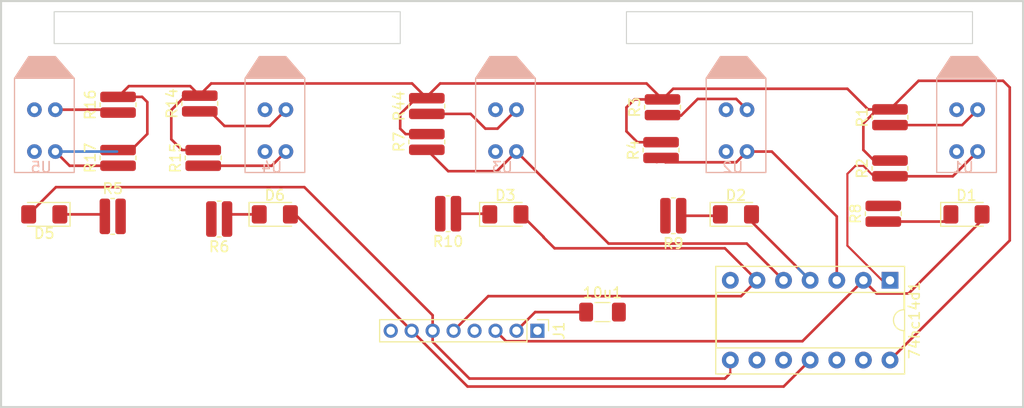
<source format=kicad_pcb>
(kicad_pcb (version 20221018) (generator pcbnew)
  (layers (0 "F.Cu" signal) (31 "B.Cu" signal) (34 "B.Paste" user) (35 "F.Paste" user) (36 "B.SilkS" user "B.Silkscreen") (37 "F.SilkS" user "F.Silkscreen") (38 "B.Mask" user) (39 "F.Mask" user) (44 "Edge.Cuts" user))
  (net 0 "")
  (net 1 "Net-(R1-Pad1)")
  (net 2 "GND")
  (net 3 "Net-(74hc14d1-Pad1)")
  (net 4 "Net-(R3-Pad1)")
  (net 5 "Net-(74hc14d1-Pad3)")
  (net 6 "Net-(74hc14d1-Pad5)")
  (net 7 "Net-(R14-Pad1)")
  (net 8 "Net-(R16-Pad1)")
  (net 9 "Net-(74hc14d1-Pad9)")
  (net 11 "VCC")
  (net 12 "Net-(D5-Pad1)")
  (net 13 "Net-(D1-Pad1)")
  (net 14 "Net-(D2-Pad1)")
  (net 15 "Net-(D3-Pad1)")
  (net 17 "Net-(D6-Pad1)")
  (net 18 "/pin8")
  (net 19 "Net-(74hc14d1-Pad2)")
  (net 20 "Net-(74hc14d1-Pad4)")
  (net 21 "Net-(74hc14d1-Pad6)")
  (net 22 "Net-(74hc14d1-Pad8)")
  (net 23 "Net-(74hc14d1-Pad10)")
  (net 24 "Net-(R44-Pad1)")
  (footprint "Resistor_SMD:R_0612_1632Metric" (layer "F.Cu") (at 190.5 82.22 90)
    (fp_text reference "R1" (at 0 -2.65 90) (layer "F.SilkS"))
    (fp_text value "221")
    (fp_line (start -0.182983 -1.71) (end 0.182983 -1.71) (stroke (width 0.12)) (layer "F.SilkS"))
    (fp_line (start -0.182983 1.71) (end 0.182983 1.71) (stroke (width 0.12)) (layer "F.SilkS"))
    (pad "1" smd roundrect (at -0.75 0 90) (size 1 3.4) (layers "F.Cu" "F.Paste" "F.Mask") (net 1 "Net-(R1-Pad1)"))
    (pad "2" smd roundrect (at 0.75 0 90) (size 1 3.4) (layers "F.Cu" "F.Paste" "F.Mask") (net 11 "VCC"))
  )
  (footprint "LED_SMD:LED_1206_3216Metric_Pad1.42x1.75mm_HandSolder" (layer "F.Cu") (at 153.8 91.5)
    (fp_text reference "D3" (at 0 -1.82) (layer "F.SilkS"))
    (fp_text value "LED")
    (fp_line (start -2.46 -1.135) (end -2.46 1.135) (stroke (width 0.12)) (layer "F.SilkS"))
    (fp_line (start -2.46 1.135) (end 1.6 1.135) (stroke (width 0.12)) (layer "F.SilkS"))
    (fp_line (start 1.6 -1.135) (end -2.46 -1.135) (stroke (width 0.12)) (layer "F.SilkS"))
    (pad "1" smd roundrect (at -1.4875 0) (size 1.425 1.75) (layers "F.Cu" "F.Paste" "F.Mask") (roundrect_rratio 0.175439) (net 15 "Net-(D3-Pad1)"))
    (pad "2" smd roundrect (at 1.4875 0) (size 1.425 1.75) (layers "F.Cu" "F.Paste" "F.Mask") (roundrect_rratio 0.175439) (net 21 "Net-(74hc14d1-Pad6)"))
  )
  (footprint "Resistor_SMD:R_0612_1632Metric" (layer "F.Cu") (at 189.865 91.44 90)
    (fp_text reference "R8" (at 0 -2.65 90) (layer "F.SilkS"))
    (fp_text value "102")
    (fp_line (start -0.182983 -1.71) (end 0.182983 -1.71) (stroke (width 0.12)) (layer "F.SilkS"))
    (fp_line (start -0.182983 1.71) (end 0.182983 1.71) (stroke (width 0.12)) (layer "F.SilkS"))
    (pad "1" smd roundrect (at -0.75 0 90) (size 1 3.4) (layers "F.Cu" "F.Paste" "F.Mask") (net 13 "Net-(D1-Pad1)"))
    (pad "2" smd roundrect (at 0.75 0 90) (size 1 3.4) (layers "F.Cu" "F.Paste" "F.Mask") (net 2 "GND"))
  )
  (footprint "Capacitor_SMD:C_1206_3216Metric_Pad1.33x1.80mm_HandSolder" (layer "F.Cu") (at 163.068 100.838)
    (fp_text reference "10u1" (at 0 -1.85) (layer "F.SilkS"))
    (fp_text value "CAP")
    (fp_line (start -0.711252 -0.91) (end 0.711252 -0.91) (stroke (width 0.12)) (layer "F.SilkS"))
    (fp_line (start -0.711252 0.91) (end 0.711252 0.91) (stroke (width 0.12)) (layer "F.SilkS"))
    (pad "1" smd roundrect (at -1.5625 0) (size 1.325 1.8) (layers "F.Cu" "F.Paste" "F.Mask") (roundrect_rratio 0.188679) (net 11 "VCC"))
    (pad "2" smd roundrect (at 1.5625 0) (size 1.325 1.8) (layers "F.Cu" "F.Paste" "F.Mask") (roundrect_rratio 0.188679) (net 2 "GND"))
  )
  (footprint "Resistor_SMD:R_0612_1632Metric" (layer "F.Cu") (at 126.492 91.948 180)
    (fp_text reference "R6" (at 0 -2.65) (layer "F.SilkS"))
    (fp_text value "102")
    (fp_line (start -0.182983 -1.71) (end 0.182983 -1.71) (stroke (width 0.12)) (layer "F.SilkS"))
    (fp_line (start -0.182983 1.71) (end 0.182983 1.71) (stroke (width 0.12)) (layer "F.SilkS"))
    (pad "1" smd roundrect (at -0.75 0 180) (size 1 3.4) (layers "F.Cu" "F.Paste" "F.Mask") (net 17 "Net-(D6-Pad1)"))
    (pad "2" smd roundrect (at 0.75 0 180) (size 1 3.4) (layers "F.Cu" "F.Paste" "F.Mask") (net 2 "GND"))
  )
  (footprint "Resistor_SMD:R_0612_1632Metric" (layer "F.Cu") (at 190.5 87.11 90)
    (fp_text reference "R2" (at 0 -2.65 90) (layer "F.SilkS"))
    (fp_text value "103")
    (fp_line (start -0.182983 -1.71) (end 0.182983 -1.71) (stroke (width 0.12)) (layer "F.SilkS"))
    (fp_line (start -0.182983 1.71) (end 0.182983 1.71) (stroke (width 0.12)) (layer "F.SilkS"))
    (pad "1" smd roundrect (at -0.75 0 90) (size 1 3.4) (layers "F.Cu" "F.Paste" "F.Mask") (net 3 "Net-(74hc14d1-Pad1)"))
    (pad "2" smd roundrect (at 0.75 0 90) (size 1 3.4) (layers "F.Cu" "F.Paste" "F.Mask") (net 11 "VCC"))
  )
  (footprint "Resistor_SMD:R_0612_1632Metric" (layer "F.Cu") (at 168.656 85.356 90)
    (fp_text reference "R4" (at 0 -2.65 90) (layer "F.SilkS"))
    (fp_text value "103")
    (fp_line (start -0.182983 -1.71) (end 0.182983 -1.71) (stroke (width 0.12)) (layer "F.SilkS"))
    (fp_line (start -0.182983 1.71) (end 0.182983 1.71) (stroke (width 0.12)) (layer "F.SilkS"))
    (pad "1" smd roundrect (at -0.75 0 90) (size 1 3.4) (layers "F.Cu" "F.Paste" "F.Mask") (net 5 "Net-(74hc14d1-Pad3)"))
    (pad "2" smd roundrect (at 0.75 0 90) (size 1 3.4) (layers "F.Cu" "F.Paste" "F.Mask") (net 11 "VCC"))
  )
  (footprint "Resistor_SMD:R_0612_1632Metric" (layer "F.Cu") (at 116.84 86.106 90)
    (fp_text reference "R17" (at 0 -2.65 90) (layer "F.SilkS"))
    (fp_text value "103")
    (fp_line (start -0.182983 -1.71) (end 0.182983 -1.71) (stroke (width 0.12)) (layer "F.SilkS"))
    (fp_line (start -0.182983 1.71) (end 0.182983 1.71) (stroke (width 0.12)) (layer "F.SilkS"))
    (pad "1" smd roundrect (at -0.75 0 90) (size 1 3.4) (layers "F.Cu" "F.Paste" "F.Mask") (net 9 "Net-(74hc14d1-Pad9)"))
    (pad "2" smd roundrect (at 0.75 0 90) (size 1 3.4) (layers "F.Cu" "F.Paste" "F.Mask") (net 11 "VCC"))
  )
  (footprint "LED_SMD:LED_1206_3216Metric_Pad1.42x1.75mm_HandSolder" (layer "F.Cu") (at 109.8 91.5 180)
    (fp_text reference "D5" (at 0 -1.82) (layer "F.SilkS"))
    (fp_text value "LED")
    (fp_line (start -2.46 -1.135) (end -2.46 1.135) (stroke (width 0.12)) (layer "F.SilkS"))
    (fp_line (start -2.46 1.135) (end 1.6 1.135) (stroke (width 0.12)) (layer "F.SilkS"))
    (fp_line (start 1.6 -1.135) (end -2.46 -1.135) (stroke (width 0.12)) (layer "F.SilkS"))
    (pad "1" smd roundrect (at -1.4875 0 180) (size 1.425 1.75) (layers "F.Cu" "F.Paste" "F.Mask") (roundrect_rratio 0.175439) (net 12 "Net-(D5-Pad1)"))
    (pad "2" smd roundrect (at 1.4875 0 180) (size 1.425 1.75) (layers "F.Cu" "F.Paste" "F.Mask") (roundrect_rratio 0.175439) (net 22 "Net-(74hc14d1-Pad8)"))
  )
  (footprint "Resistor_SMD:R_0612_1632Metric" (layer "F.Cu") (at 148.336 91.44 180)
    (fp_text reference "R10" (at 0 -2.65) (layer "F.SilkS"))
    (fp_text value "102")
    (fp_line (start -0.182983 -1.71) (end 0.182983 -1.71) (stroke (width 0.12)) (layer "F.SilkS"))
    (fp_line (start -0.182983 1.71) (end 0.182983 1.71) (stroke (width 0.12)) (layer "F.SilkS"))
    (pad "1" smd roundrect (at -0.75 0 180) (size 1 3.4) (layers "F.Cu" "F.Paste" "F.Mask") (net 15 "Net-(D3-Pad1)"))
    (pad "2" smd roundrect (at 0.75 0 180) (size 1 3.4) (layers "F.Cu" "F.Paste" "F.Mask") (net 2 "GND"))
  )
  (footprint "Resistor_SMD:R_0612_1632Metric" (layer "F.Cu") (at 124.638 80.911 90)
    (fp_text reference "R14" (at 0 -2.65 90) (layer "F.SilkS"))
    (fp_text value "221")
    (fp_line (start -0.182983 -1.71) (end 0.182983 -1.71) (stroke (width 0.12)) (layer "F.SilkS"))
    (fp_line (start -0.182983 1.71) (end 0.182983 1.71) (stroke (width 0.12)) (layer "F.SilkS"))
    (pad "1" smd roundrect (at -0.75 0 90) (size 1 3.4) (layers "F.Cu" "F.Paste" "F.Mask") (net 7 "Net-(R14-Pad1)"))
    (pad "2" smd roundrect (at 0.75 0 90) (size 1 3.4) (layers "F.Cu" "F.Paste" "F.Mask") (net 11 "VCC"))
  )
  (footprint "LED_SMD:LED_1206_3216Metric_Pad1.42x1.75mm_HandSolder" (layer "F.Cu") (at 175.8 91.5)
    (fp_text reference "D2" (at 0 -1.82) (layer "F.SilkS"))
    (fp_text value "LED")
    (fp_line (start -2.46 -1.135) (end -2.46 1.135) (stroke (width 0.12)) (layer "F.SilkS"))
    (fp_line (start -2.46 1.135) (end 1.6 1.135) (stroke (width 0.12)) (layer "F.SilkS"))
    (fp_line (start 1.6 -1.135) (end -2.46 -1.135) (stroke (width 0.12)) (layer "F.SilkS"))
    (pad "1" smd roundrect (at -1.4875 0) (size 1.425 1.75) (layers "F.Cu" "F.Paste" "F.Mask") (roundrect_rratio 0.175439) (net 14 "Net-(D2-Pad1)"))
    (pad "2" smd roundrect (at 1.4875 0) (size 1.425 1.75) (layers "F.Cu" "F.Paste" "F.Mask") (roundrect_rratio 0.175439) (net 20 "Net-(74hc14d1-Pad4)"))
  )
  (footprint "Resistor_SMD:R_0612_1632Metric" (layer "F.Cu") (at 146.304 84.582 90)
    (fp_text reference "R7" (at 0 -2.65 90) (layer "F.SilkS"))
    (fp_text value "103")
    (fp_line (start -0.182983 -1.71) (end 0.182983 -1.71) (stroke (width 0.12)) (layer "F.SilkS"))
    (fp_line (start -0.182983 1.71) (end 0.182983 1.71) (stroke (width 0.12)) (layer "F.SilkS"))
    (pad "1" smd roundrect (at -0.75 0 90) (size 1 3.4) (layers "F.Cu" "F.Paste" "F.Mask") (net 6 "Net-(74hc14d1-Pad5)"))
    (pad "2" smd roundrect (at 0.75 0 90) (size 1 3.4) (layers "F.Cu" "F.Paste" "F.Mask") (net 11 "VCC"))
  )
  (footprint "Connector_PinHeader_2.00mm:PinHeader_1x08_P2.00mm_Vertical" (layer "F.Cu") (at 156.86 102.62 -90)
    (fp_text reference "J1" (at 0 -2.06 90) (layer "F.SilkS"))
    (fp_text value "Conn_01x08_Male")
    (fp_line (start -1.06 -1.06) (end 0 -1.06) (stroke (width 0.12)) (layer "F.SilkS"))
    (fp_line (start -1.06 0) (end -1.06 -1.06) (stroke (width 0.12)) (layer "F.SilkS"))
    (fp_line (start -1.06 1) (end -1.06 15.06) (stroke (width 0.12)) (layer "F.SilkS"))
    (fp_line (start -1.06 1) (end 1.06 1) (stroke (width 0.12)) (layer "F.SilkS"))
    (fp_line (start -1.06 15.06) (end 1.06 15.06) (stroke (width 0.12)) (layer "F.SilkS"))
    (fp_line (start 1.06 1) (end 1.06 15.06) (stroke (width 0.12)) (layer "F.SilkS"))
    (pad "1" thru_hole rect (at 0 0 270) (size 1.35 1.35) (drill 0.8) (layers "*.Cu" "*.Mask") (net 2 "GND"))
    (pad "2" thru_hole oval (at 0 2 270) (size 1.35 1.35) (drill 0.8) (layers "*.Cu" "*.Mask") (net 11 "VCC"))
    (pad "3" thru_hole oval (at 0 4 270) (size 1.35 1.35) (drill 0.8) (layers "*.Cu" "*.Mask") (net 19 "Net-(74hc14d1-Pad2)"))
    (pad "4" thru_hole oval (at 0 6 270) (size 1.35 1.35) (drill 0.8) (layers "*.Cu" "*.Mask") (net 20 "Net-(74hc14d1-Pad4)"))
    (pad "5" thru_hole oval (at 0 8 270) (size 1.35 1.35) (drill 0.8) (layers "*.Cu" "*.Mask") (net 21 "Net-(74hc14d1-Pad6)"))
    (pad "6" thru_hole oval (at 0 10 270) (size 1.35 1.35) (drill 0.8) (layers "*.Cu" "*.Mask") (net 22 "Net-(74hc14d1-Pad8)"))
    (pad "7" thru_hole oval (at 0 12 270) (size 1.35 1.35) (drill 0.8) (layers "*.Cu" "*.Mask") (net 18 "/pin8"))
    (pad "8" thru_hole oval (at 0 14 270) (size 1.35 1.35) (drill 0.8) (layers "*.Cu" "*.Mask"))
  )
  (footprint "Resistor_SMD:R_0612_1632Metric" (layer "F.Cu") (at 116.84 81.026 90)
    (fp_text reference "R16" (at 0 -2.65 90) (layer "F.SilkS"))
    (fp_text value "221")
    (fp_line (start -0.182983 -1.71) (end 0.182983 -1.71) (stroke (width 0.12)) (layer "F.SilkS"))
    (fp_line (start -0.182983 1.71) (end 0.182983 1.71) (stroke (width 0.12)) (layer "F.SilkS"))
    (pad "1" smd roundrect (at -0.75 0 90) (size 1 3.4) (layers "F.Cu" "F.Paste" "F.Mask") (net 8 "Net-(R16-Pad1)"))
    (pad "2" smd roundrect (at 0.75 0 90) (size 1 3.4) (layers "F.Cu" "F.Paste" "F.Mask") (net 11 "VCC"))
  )
  (footprint "LED_SMD:LED_1206_3216Metric_Pad1.42x1.75mm_HandSolder" (layer "F.Cu") (at 131.8 91.5)
    (fp_text reference "D6" (at 0 -1.82) (layer "F.SilkS"))
    (fp_text value "LED")
    (fp_line (start -2.46 -1.135) (end -2.46 1.135) (stroke (width 0.12)) (layer "F.SilkS"))
    (fp_line (start -2.46 1.135) (end 1.6 1.135) (stroke (width 0.12)) (layer "F.SilkS"))
    (fp_line (start 1.6 -1.135) (end -2.46 -1.135) (stroke (width 0.12)) (layer "F.SilkS"))
    (pad "1" smd roundrect (at -1.4875 0) (size 1.425 1.75) (layers "F.Cu" "F.Paste" "F.Mask") (roundrect_rratio 0.175439) (net 17 "Net-(D6-Pad1)"))
    (pad "2" smd roundrect (at 1.4875 0) (size 1.425 1.75) (layers "F.Cu" "F.Paste" "F.Mask") (roundrect_rratio 0.175439) (net 18 "/pin8"))
  )
  (footprint "Resistor_SMD:R_0612_1632Metric" (layer "F.Cu") (at 124.968 86.106 90)
    (fp_text reference "R15" (at 0 -2.65 90) (layer "F.SilkS"))
    (fp_text value "103")
    (fp_line (start -0.182983 -1.71) (end 0.182983 -1.71) (stroke (width 0.12)) (layer "F.SilkS"))
    (fp_line (start -0.182983 1.71) (end 0.182983 1.71) (stroke (width 0.12)) (layer "F.SilkS"))
    (pad "1" smd roundrect (at -0.75 0 90) (size 1 3.4) (layers "F.Cu" "F.Paste" "F.Mask") (net 23 "Net-(74hc14d1-Pad10)"))
    (pad "2" smd roundrect (at 0.75 0 90) (size 1 3.4) (layers "F.Cu" "F.Paste" "F.Mask") (net 11 "VCC"))
  )
  (footprint "Package_DIP:DIP-14_W7.62mm_Socket" (layer "F.Cu") (at 190.505 97.8 -90)
    (fp_text reference "74hc14d1" (at 3.81 -2.33 90) (layer "F.SilkS"))
    (fp_text value "A_14-LC-TT")
    (fp_line (start -1.33 -1.39) (end -1.33 16.63) (stroke (width 0.12)) (layer "F.SilkS"))
    (fp_line (start -1.33 16.63) (end 8.95 16.63) (stroke (width 0.12)) (layer "F.SilkS"))
    (fp_line (start 1.16 -1.33) (end 1.16 16.57) (stroke (width 0.12)) (layer "F.SilkS"))
    (fp_line (start 1.16 16.57) (end 6.46 16.57) (stroke (width 0.12)) (layer "F.SilkS"))
    (fp_line (start 2.81 -1.33) (end 1.16 -1.33) (stroke (width 0.12)) (layer "F.SilkS"))
    (fp_line (start 6.46 -1.33) (end 4.81 -1.33) (stroke (width 0.12)) (layer "F.SilkS"))
    (fp_line (start 6.46 16.57) (end 6.46 -1.33) (stroke (width 0.12)) (layer "F.SilkS"))
    (fp_line (start 8.95 -1.39) (end -1.33 -1.39) (stroke (width 0.12)) (layer "F.SilkS"))
    (fp_line (start 8.95 16.63) (end 8.95 -1.39) (stroke (width 0.12)) (layer "F.SilkS"))
    (fp_arc (start 4.81 -1.33) (mid 3.81 -0.33) (end 2.81 -1.33) (stroke (width 0.12)) (layer "F.SilkS"))
    (pad "1" thru_hole rect (at 0 0 270) (size 1.6 1.6) (drill 0.8) (layers "*.Cu" "*.Mask") (net 3 "Net-(74hc14d1-Pad1)"))
    (pad "2" thru_hole oval (at 0 2.54 270) (size 1.6 1.6) (drill 0.8) (layers "*.Cu" "*.Mask") (net 19 "Net-(74hc14d1-Pad2)"))
    (pad "3" thru_hole oval (at 0 5.08 270) (size 1.6 1.6) (drill 0.8) (layers "*.Cu" "*.Mask") (net 5 "Net-(74hc14d1-Pad3)"))
    (pad "4" thru_hole oval (at 0 7.62 270) (size 1.6 1.6) (drill 0.8) (layers "*.Cu" "*.Mask") (net 20 "Net-(74hc14d1-Pad4)"))
    (pad "5" thru_hole oval (at 0 10.16 270) (size 1.6 1.6) (drill 0.8) (layers "*.Cu" "*.Mask") (net 6 "Net-(74hc14d1-Pad5)"))
    (pad "6" thru_hole oval (at 0 12.7 270) (size 1.6 1.6) (drill 0.8) (layers "*.Cu" "*.Mask") (net 21 "Net-(74hc14d1-Pad6)"))
    (pad "7" thru_hole oval (at 0 15.24 270) (size 1.6 1.6) (drill 0.8) (layers "*.Cu" "*.Mask") (net 2 "GND"))
    (pad "8" thru_hole oval (at 7.62 15.24 270) (size 1.6 1.6) (drill 0.8) (layers "*.Cu" "*.Mask") (net 22 "Net-(74hc14d1-Pad8)"))
    (pad "9" thru_hole oval (at 7.62 12.7 270) (size 1.6 1.6) (drill 0.8) (layers "*.Cu" "*.Mask") (net 9 "Net-(74hc14d1-Pad9)"))
    (pad "10" thru_hole oval (at 7.62 10.16 270) (size 1.6 1.6) (drill 0.8) (layers "*.Cu" "*.Mask") (net 23 "Net-(74hc14d1-Pad10)"))
    (pad "11" thru_hole oval (at 7.62 7.62 270) (size 1.6 1.6) (drill 0.8) (layers "*.Cu" "*.Mask") (net 18 "/pin8"))
    (pad "12" thru_hole oval (at 7.62 5.08 270) (size 1.6 1.6) (drill 0.8) (layers "*.Cu" "*.Mask"))
    (pad "13" thru_hole oval (at 7.62 2.54 270) (size 1.6 1.6) (drill 0.8) (layers "*.Cu" "*.Mask"))
    (pad "14" thru_hole oval (at 7.62 0 270) (size 1.6 1.6) (drill 0.8) (layers "*.Cu" "*.Mask") (net 11 "VCC"))
  )
  (footprint "Resistor_SMD:R_0612_1632Metric" (layer "F.Cu") (at 146.304 81.152 90)
    (fp_text reference "R44" (at 0 -2.65 90) (layer "F.SilkS"))
    (fp_text value "221")
    (fp_line (start -0.182983 -1.71) (end 0.182983 -1.71) (stroke (width 0.12)) (layer "F.SilkS"))
    (fp_line (start -0.182983 1.71) (end 0.182983 1.71) (stroke (width 0.12)) (layer "F.SilkS"))
    (pad "1" smd roundrect (at -0.75 0 90) (size 1 3.4) (layers "F.Cu" "F.Paste" "F.Mask") (net 24 "Net-(R44-Pad1)"))
    (pad "2" smd roundrect (at 0.75 0 90) (size 1 3.4) (layers "F.Cu" "F.Paste" "F.Mask") (net 11 "VCC"))
  )
  (footprint "Resistor_SMD:R_0612_1632Metric" (layer "F.Cu") (at 116.332 91.694)
    (fp_text reference "R5" (at 0 -2.65) (layer "F.SilkS"))
    (fp_text value "102")
    (fp_line (start -0.182983 -1.71) (end 0.182983 -1.71) (stroke (width 0.12)) (layer "F.SilkS"))
    (fp_line (start -0.182983 1.71) (end 0.182983 1.71) (stroke (width 0.12)) (layer "F.SilkS"))
    (pad "1" smd roundrect (at -0.75 0) (size 1 3.4) (layers "F.Cu" "F.Paste" "F.Mask") (net 12 "Net-(D5-Pad1)"))
    (pad "2" smd roundrect (at 0.75 0) (size 1 3.4) (layers "F.Cu" "F.Paste" "F.Mask") (net 2 "GND"))
  )
  (footprint "LED_SMD:LED_1206_3216Metric_Pad1.42x1.75mm_HandSolder" (layer "F.Cu") (at 197.8 91.5)
    (fp_text reference "D1" (at 0 -1.82) (layer "F.SilkS"))
    (fp_text value "LED")
    (fp_line (start -2.46 -1.135) (end -2.46 1.135) (stroke (width 0.12)) (layer "F.SilkS"))
    (fp_line (start -2.46 1.135) (end 1.6 1.135) (stroke (width 0.12)) (layer "F.SilkS"))
    (fp_line (start 1.6 -1.135) (end -2.46 -1.135) (stroke (width 0.12)) (layer "F.SilkS"))
    (pad "1" smd roundrect (at -1.4875 0) (size 1.425 1.75) (layers "F.Cu" "F.Paste" "F.Mask") (roundrect_rratio 0.175439) (net 13 "Net-(D1-Pad1)"))
    (pad "2" smd roundrect (at 1.4875 0) (size 1.425 1.75) (layers "F.Cu" "F.Paste" "F.Mask") (roundrect_rratio 0.175439) (net 19 "Net-(74hc14d1-Pad2)"))
  )
  (footprint "Resistor_SMD:R_0612_1632Metric" (layer "F.Cu") (at 168.796 81.266 90)
    (fp_text reference "R3" (at 0 -2.65 90) (layer "F.SilkS"))
    (fp_text value "221")
    (fp_line (start -0.182983 -1.71) (end 0.182983 -1.71) (stroke (width 0.12)) (layer "F.SilkS"))
    (fp_line (start -0.182983 1.71) (end 0.182983 1.71) (stroke (width 0.12)) (layer "F.SilkS"))
    (pad "1" smd roundrect (at -0.75 0 90) (size 1 3.4) (layers "F.Cu" "F.Paste" "F.Mask") (net 4 "Net-(R3-Pad1)"))
    (pad "2" smd roundrect (at 0.75 0 90) (size 1 3.4) (layers "F.Cu" "F.Paste" "F.Mask") (net 11 "VCC"))
  )
  (footprint "Resistor_SMD:R_0612_1632Metric" (layer "F.Cu") (at 169.824 91.634 180)
    (fp_text reference "R9" (at 0 -2.65) (layer "F.SilkS"))
    (fp_text value "102")
    (fp_line (start -0.182983 -1.71) (end 0.182983 -1.71) (stroke (width 0.12)) (layer "F.SilkS"))
    (fp_line (start -0.182983 1.71) (end 0.182983 1.71) (stroke (width 0.12)) (layer "F.SilkS"))
    (pad "1" smd roundrect (at -0.75 0 180) (size 1 3.4) (layers "F.Cu" "F.Paste" "F.Mask") (net 14 "Net-(D2-Pad1)"))
    (pad "2" smd roundrect (at 0.75 0 180) (size 1 3.4) (layers "F.Cu" "F.Paste" "F.Mask") (net 2 "GND"))
  )
  (footprint "sensor:tcrt5000" (layer "B.Cu") (at 197.5 87.5 180)
    (fp_text reference "U1" (at 0 0.5 unlocked) (layer "B.SilkS") (effects (justify mirror)))
    (fp_text value "TCMT4106")
    (fp_rect (start 2.54 0) (end -3.16 9) (stroke (width 0.12)) (fill none) (layer "B.SilkS"))
    (fp_poly (pts (xy 2.54 9) (xy -3.16 9) (xy -1.36 11.08) (xy 1.18 11.08)) (stroke (width 0.12)) (fill solid) (layer "B.SilkS"))
    (pad "1" thru_hole circle (at -1.36 6 180) (size 1.4 1.4) (drill 0.7) (layers "*.Mask" "F.Cu" "In1.Cu" "B.Cu") (net 1 "Net-(R1-Pad1)"))
    (pad "2" thru_hole circle (at 0.64 6 180) (size 1.4 1.4) (drill 0.7) (layers "*.Mask" "F.Cu" "In1.Cu" "B.Cu") (net 2 "GND"))
    (pad "15" thru_hole circle (at 0.64 2 180) (size 1.4 1.4) (drill 0.7) (layers "*.Mask" "F.Cu" "In1.Cu" "B.Cu") (net 2 "GND"))
    (pad "16" thru_hole circle (at -1.36 2 180) (size 1.4 1.4) (drill 0.7) (layers "*.Mask" "F.Cu" "In1.Cu" "B.Cu") (net 3 "Net-(74hc14d1-Pad1)"))
  )
  (footprint "sensor:tcrt5000" (layer "B.Cu") (at 131.5 87.5 180)
    (fp_text reference "U4" (at 0 0.5 unlocked) (layer "B.SilkS") (effects (justify mirror)))
    (fp_text value "TCMT4106")
    (fp_rect (start 2.54 0) (end -3.16 9) (stroke (width 0.12)) (fill none) (layer "B.SilkS"))
    (fp_poly (pts (xy 2.54 9) (xy -3.16 9) (xy -1.36 11.08) (xy 1.18 11.08)) (stroke (width 0.12)) (fill solid) (layer "B.SilkS"))
    (pad "1" thru_hole circle (at -1.36 6 180) (size 1.4 1.4) (drill 0.7) (layers "*.Mask" "F.Cu" "In1.Cu" "B.Cu") (net 7 "Net-(R14-Pad1)"))
    (pad "2" thru_hole circle (at 0.64 6 180) (size 1.4 1.4) (drill 0.7) (layers "*.Mask" "F.Cu" "In1.Cu" "B.Cu") (net 2 "GND"))
    (pad "15" thru_hole circle (at 0.64 2 180) (size 1.4 1.4) (drill 0.7) (layers "*.Mask" "F.Cu" "In1.Cu" "B.Cu") (net 2 "GND"))
    (pad "16" thru_hole circle (at -1.36 2 180) (size 1.4 1.4) (drill 0.7) (layers "*.Mask" "F.Cu" "In1.Cu" "B.Cu") (net 23 "Net-(74hc14d1-Pad10)"))
  )
  (footprint "sensor:tcrt5000" (layer "B.Cu") (at 109.5 87.5 180)
    (fp_text reference "U5" (at 0 0.5 unlocked) (layer "B.SilkS") (effects (justify mirror)))
    (fp_text value "TCMT4106")
    (fp_rect (start 2.54 0) (end -3.16 9) (stroke (width 0.12)) (fill none) (layer "B.SilkS"))
    (fp_poly (pts (xy 2.54 9) (xy -3.16 9) (xy -1.36 11.08) (xy 1.18 11.08)) (stroke (width 0.12)) (fill solid) (layer "B.SilkS"))
    (pad "1" thru_hole circle (at -1.36 6 180) (size 1.4 1.4) (drill 0.7) (layers "*.Mask" "F.Cu" "In1.Cu" "B.Cu") (net 8 "Net-(R16-Pad1)"))
    (pad "2" thru_hole circle (at 0.64 6 180) (size 1.4 1.4) (drill 0.7) (layers "*.Mask" "F.Cu" "In1.Cu" "B.Cu") (net 2 "GND"))
    (pad "15" thru_hole circle (at 0.64 2 180) (size 1.4 1.4) (drill 0.7) (layers "*.Mask" "F.Cu" "In1.Cu" "B.Cu") (net 2 "GND"))
    (pad "16" thru_hole circle (at -1.36 2 180) (size 1.4 1.4) (drill 0.7) (layers "*.Mask" "F.Cu" "In1.Cu" "B.Cu") (net 9 "Net-(74hc14d1-Pad9)"))
  )
  (footprint "sensor:tcrt5000" (layer "B.Cu") (at 153.5 87.5 180)
    (fp_text reference "U3" (at 0 0.5 unlocked) (layer "B.SilkS") (effects (justify mirror)))
    (fp_text value "TCMT4106")
    (fp_rect (start 2.54 0) (end -3.16 9) (stroke (width 0.12)) (fill none) (layer "B.SilkS"))
    (fp_poly (pts (xy 2.54 9) (xy -3.16 9) (xy -1.36 11.08) (xy 1.18 11.08)) (stroke (width 0.12)) (fill solid) (layer "B.SilkS"))
    (pad "1" thru_hole circle (at -1.36 6 180) (size 1.4 1.4) (drill 0.7) (layers "*.Mask" "F.Cu" "In1.Cu" "B.Cu") (net 24 "Net-(R44-Pad1)"))
    (pad "2" thru_hole circle (at 0.64 6 180) (size 1.4 1.4) (drill 0.7) (layers "*.Mask" "F.Cu" "In1.Cu" "B.Cu") (net 2 "GND"))
    (pad "15" thru_hole circle (at 0.64 2 180) (size 1.4 1.4) (drill 0.7) (layers "*.Mask" "F.Cu" "In1.Cu" "B.Cu") (net 2 "GND"))
    (pad "16" thru_hole circle (at -1.36 2 180) (size 1.4 1.4) (drill 0.7) (layers "*.Mask" "F.Cu" "In1.Cu" "B.Cu") (net 6 "Net-(74hc14d1-Pad5)"))
  )
  (footprint "sensor:tcrt5000" (layer "B.Cu") (at 175.5 87.5 180)
    (fp_text reference "U2" (at 0 0.5 unlocked) (layer "B.SilkS") (effects (justify mirror)))
    (fp_text value "TCMT4106")
    (fp_rect (start 2.54 0) (end -3.16 9) (stroke (width 0.12)) (fill none) (layer "B.SilkS"))
    (fp_poly (pts (xy 2.54 9) (xy -3.16 9) (xy -1.36 11.08) (xy 1.18 11.08)) (stroke (width 0.12)) (fill solid) (layer "B.SilkS"))
    (pad "1" thru_hole circle (at -1.36 6 180) (size 1.4 1.4) (drill 0.7) (layers "*.Mask" "F.Cu" "In1.Cu" "B.Cu") (net 4 "Net-(R3-Pad1)"))
    (pad "2" thru_hole circle (at 0.64 6 180) (size 1.4 1.4) (drill 0.7) (layers "*.Mask" "F.Cu" "In1.Cu" "B.Cu") (net 2 "GND"))
    (pad "15" thru_hole circle (at 0.64 2 180) (size 1.4 1.4) (drill 0.7) (layers "*.Mask" "F.Cu" "In1.Cu" "B.Cu") (net 2 "GND"))
    (pad "16" thru_hole circle (at -1.36 2 180) (size 1.4 1.4) (drill 0.7) (layers "*.Mask" "F.Cu" "In1.Cu" "B.Cu") (net 5 "Net-(74hc14d1-Pad3)"))
  )
  (gr_rect (start 110.744 72.136) (end 143.77 75.184) (stroke (width 0.1)) (fill none) (layer "Edge.Cuts"))
  (gr_rect (start 105.676 71.12) (end 203.2 109.916) (stroke (width 0.2)) (fill none) (layer "Edge.Cuts"))
  (gr_rect (start 165.354 72.136) (end 198.374 75.184) (stroke (width 0.1)) (fill none) (layer "Edge.Cuts"))
  (segment (start 190.5 82.97) (end 197.39 82.97) (width 0.25) (layer "F.Cu") (net 1))
  (segment (start 197.39 82.97) (end 198.86 81.5) (width 0.25) (layer "F.Cu") (net 1))
  (segment (start 196.86 85.5) (end 196.86 85.08) (width 0.25) (layer "F.Cu") (net 2))
  (segment (start 187.198 86.868) (end 187.96 86.868) (width 0.2) (layer "F.Cu") (net 3))
  (segment (start 186.436 94.488) (end 186.436 87.63) (width 0.2) (layer "F.Cu") (net 3))
  (segment (start 190.505 97.8) (end 189.748 97.8) (width 0.2) (layer "F.Cu") (net 3))
  (segment (start 188.952 87.86) (end 190.5 87.86) (width 0.2) (layer "F.Cu") (net 3))
  (segment (start 196.5 87.86) (end 198.86 85.5) (width 0.25) (layer "F.Cu") (net 3))
  (segment (start 186.436 87.63) (end 187.198 86.868) (width 0.2) (layer "F.Cu") (net 3))
  (segment (start 190.5 87.86) (end 196.5 87.86) (width 0.25) (layer "F.Cu") (net 3))
  (segment (start 187.96 86.868) (end 188.952 87.86) (width 0.2) (layer "F.Cu") (net 3))
  (segment (start 189.748 97.8) (end 186.436 94.488) (width 0.2) (layer "F.Cu") (net 3))
  (segment (start 168.846 82.066) (end 170.561 82.066) (width 0.25) (layer "F.Cu") (net 4))
  (segment (start 168.796 82.016) (end 168.846 82.066) (width 0.25) (layer "F.Cu") (net 4))
  (segment (start 172.152 80.475) (end 175.835 80.475) (width 0.25) (layer "F.Cu") (net 4))
  (segment (start 170.561 82.066) (end 172.152 80.475) (width 0.25) (layer "F.Cu") (net 4))
  (segment (start 175.835 80.475) (end 176.86 81.5) (width 0.25) (layer "F.Cu") (net 4))
  (segment (start 175.835 86.525) (end 176.86 85.5) (width 0.25) (layer "F.Cu") (net 5))
  (segment (start 169.075 86.525) (end 175.835 86.525) (width 0.25) (layer "F.Cu") (net 5))
  (segment (start 168.251 86.511) (end 168.656 86.106) (width 0.25) (layer "F.Cu") (net 5))
  (segment (start 185.425 97.8) (end 185.425 91.699) (width 0.25) (layer "F.Cu") (net 5))
  (segment (start 185.425 91.699) (end 179.226 85.5) (width 0.25) (layer "F.Cu") (net 5))
  (segment (start 179.226 85.5) (end 176.86 85.5) (width 0.25) (layer "F.Cu") (net 5))
  (segment (start 168.656 86.106) (end 169.075 86.525) (width 0.25) (layer "F.Cu") (net 5))
  (segment (start 168.656 86.106) (end 167.642827 86.106) (width 0.25) (layer "F.Cu") (net 5))
  (segment (start 152.984 87.376) (end 154.86 85.5) (width 0.25) (layer "F.Cu") (net 6))
  (segment (start 176.837 94.292) (end 180.345 97.8) (width 0.25) (layer "F.Cu") (net 6))
  (segment (start 146.304 85.332) (end 148.348 87.376) (width 0.25) (layer "F.Cu") (net 6))
  (segment (start 148.348 87.376) (end 152.984 87.376) (width 0.25) (layer "F.Cu") (net 6))
  (segment (start 154.86 85.5) (end 163.652 94.292) (width 0.25) (layer "F.Cu") (net 6))
  (segment (start 163.652 94.292) (end 176.837 94.292) (width 0.25) (layer "F.Cu") (net 6))
  (segment (start 124.638 81.661) (end 125.603 81.661) (width 0.25) (layer "F.Cu") (net 7))
  (segment (start 125.603 81.661) (end 127 83.058) (width 0.25) (layer "F.Cu") (net 7))
  (segment (start 127 83.058) (end 131.302 83.058) (width 0.25) (layer "F.Cu") (net 7))
  (segment (start 131.302 83.058) (end 132.86 81.5) (width 0.25) (layer "F.Cu") (net 7))
  (segment (start 116.564 81.5) (end 110.86 81.5) (width 0.25) (layer "F.Cu") (net 8))
  (segment (start 116.84 81.776) (end 116.564 81.5) (width 0.25) (layer "F.Cu") (net 8))
  (segment (start 112.216 86.856) (end 110.86 85.5) (width 0.25) (layer "F.Cu") (net 9))
  (segment (start 116.84 86.856) (end 112.216 86.856) (width 0.25) (layer "F.Cu") (net 9))
  (segment (start 110.86 85.5) (end 116.742 85.5) (width 0.25) (layer "B.Cu") (net 9))
  (segment (start 154.86 102.62) (end 156.642 100.838) (width 0.25) (layer "F.Cu") (net 11))
  (segment (start 167.274 78.994) (end 168.796 80.516) (width 0.25) (layer "F.Cu") (net 11))
  (segment (start 201.295 78.74) (end 193.23 78.74) (width 0.25) (layer "F.Cu") (net 11))
  (segment (start 123.725 79.248) (end 124.638 80.161) (width 0.25) (layer "F.Cu") (net 11))
  (segment (start 169.81 79.502) (end 186.436 79.502) (width 0.25) (layer "F.Cu") (net 11))
  (segment (start 193.23 78.74) (end 190.5 81.47) (width 0.25) (layer "F.Cu") (net 11))
  (segment (start 168.796 80.516) (end 169.051 80.771) (width 0.25) (layer "F.Cu") (net 11))
  (segment (start 124.638 80.161) (end 123.293 80.161) (width 0.25) (layer "F.Cu") (net 11))
  (segment (start 187.96 82.804) (end 187.96 85.344) (width 0.25) (layer "F.Cu") (net 11))
  (segment (start 123.954827 85.621) (end 124.968 85.621) (width 0.25) (layer "F.Cu") (net 11))
  (segment (start 168.796 80.516) (end 169.81 79.502) (width 0.25) (layer "F.Cu") (net 11))
  (segment (start 144.284 83.832) (end 146.304 83.832) (width 0.25) (layer "F.Cu") (net 11))
  (segment (start 147.574 78.994) (end 167.274 78.994) (width 0.25) (layer "F.Cu") (net 11))
  (segment (start 125.73 78.994) (end 144.896 78.994) (width 0.25) (layer "F.Cu") (net 11))
  (segment (start 116.84 80.276) (end 117.868 79.248) (width 0.25) (layer "F.Cu") (net 11))
  (segment (start 119.634 80.772) (end 119.138 80.276) (width 0.25) (layer "F.Cu") (net 11))
  (segment (start 188.404 81.47) (end 190.5 81.47) (width 0.25) (layer "F.Cu") (net 11))
  (segment (start 119.138 80.276) (end 116.84 80.276) (width 0.25) (layer "F.Cu") (net 11))
  (segment (start 124.638 80.086) (end 125.73 78.994) (width 0.25) (layer "F.Cu") (net 11))
  (segment (start 124.638 80.161) (end 124.638 80.086) (width 0.25) (layer "F.Cu") (net 11))
  (segment (start 156.642 100.838) (end 161.5055 100.838) (width 0.25) (layer "F.Cu") (net 11))
  (segment (start 146.304 80.402) (end 145.290827 80.402) (width 0.25) (layer "F.Cu") (net 11))
  (segment (start 168.656 84.606) (end 168.821 84.771) (width 0.25) (layer "F.Cu") (net 11))
  (segment (start 201.93 93.995) (end 190.505 105.42) (width 0.25) (layer "F.Cu") (net 11))
  (segment (start 118.098 85.356) (end 119.634 83.82) (width 0.25) (layer "F.Cu") (net 11))
  (segment (start 144.896 78.994) (end 146.304 80.402) (width 0.25) (layer "F.Cu") (net 11))
  (segment (start 124.638 80.161) (end 123.039 80.161) (width 0.25) (layer "F.Cu") (net 11))
  (segment (start 166.118 80.516) (end 165.354 81.28) (width 0.25) (layer "F.Cu") (net 11))
  (segment (start 187.96 85.344) (end 188.976 86.36) (width 0.25) (layer "F.Cu") (net 11))
  (segment (start 165.354 83.566) (end 166.394 84.606) (width 0.25) (layer "F.Cu") (net 11))
  (segment (start 117.868 79.248) (end 123.725 79.248) (width 0.25) (layer "F.Cu") (net 11))
  (segment (start 146.304 80.264) (end 147.574 78.994) (width 0.25) (layer "F.Cu") (net 11))
  (segment (start 143.764 83.312) (end 144.284 83.832) (width 0.25) (layer "F.Cu") (net 11))
  (segment (start 201.93 79.375) (end 201.93 93.995) (width 0.25) (layer "F.Cu") (net 11))
  (segment (start 146.304 80.402) (end 146.304 80.264) (width 0.25) (layer "F.Cu") (net 11))
  (segment (start 188.976 86.36) (end 190.5 86.36) (width 0.25) (layer "F.Cu") (net 11))
  (segment (start 201.295 78.74) (end 201.93 79.375) (width 0.25) (layer "F.Cu") (net 11))
  (segment (start 145.290827 80.402) (end 143.764 81.928827) (width 0.25) (layer "F.Cu") (net 11))
  (segment (start 190.5 81.28) (end 190.5 81.47) (width 0.25) (layer "F.Cu") (net 11))
  (segment (start 123.293 80.161) (end 121.92 81.534) (width 0.25) (layer "F.Cu") (net 11))
  (segment (start 122.948 85.356) (end 124.968 85.356) (width 0.25) (layer "F.Cu") (net 11))
  (segment (start 189.294 81.47) (end 187.96 82.804) (width 0.25) (layer "F.Cu") (net 11))
  (segment (start 119.634 83.82) (end 119.634 80.772) (width 0.25) (layer "F.Cu") (net 11))
  (segment (start 166.394 84.606) (end 168.656 84.606) (width 0.25) (layer "F.Cu") (net 11))
  (segment (start 124.638 85.026) (end 124.968 85.356) (width 0.25) (layer "F.Cu") (net 11))
  (segment (start 143.764 81.928827) (end 143.764 83.312) (width 0.25) (layer "F.Cu") (net 11))
  (segment (start 121.92 81.534) (end 121.92 84.328) (width 0.25) (layer "F.Cu") (net 11))
  (segment (start 190.5 81.47) (end 189.294 81.47) (width 0.25) (layer "F.Cu") (net 11))
  (segment (start 165.354 81.28) (end 165.354 83.566) (width 0.25) (layer "F.Cu") (net 11))
  (segment (start 168.796 80.516) (end 166.118 80.516) (width 0.25) (layer "F.Cu") (net 11))
  (segment (start 186.436 79.502) (end 188.404 81.47) (width 0.25) (layer "F.Cu") (net 11))
  (segment (start 116.84 85.356) (end 118.098 85.356) (width 0.25) (layer "F.Cu") (net 11))
  (segment (start 121.92 84.328) (end 122.948 85.356) (width 0.25) (layer "F.Cu") (net 11))
  (segment (start 111.2875 91.5) (end 115.388 91.5) (width 0.25) (layer "F.Cu") (net 12))
  (segment (start 115.388 91.5) (end 115.582 91.694) (width 0.25) (layer "F.Cu") (net 12))
  (segment (start 189.865 92.19) (end 195.6225 92.19) (width 0.25) (layer "F.Cu") (net 13))
  (segment (start 195.6225 92.19) (end 196.3125 91.5) (width 0.25) (layer "F.Cu") (net 13))
  (segment (start 173.8325 91.634) (end 174.2805 91.186) (width 0.25) (layer "F.Cu") (net 14))
  (segment (start 174.1785 91.634) (end 174.3125 91.5) (width 0.25) (layer "F.Cu") (net 14))
  (segment (start 170.574 91.634) (end 174.1785 91.634) (width 0.25) (layer "F.Cu") (net 14))
  (segment (start 152.2525 91.44) (end 152.3125 91.5) (width 0.25) (layer "F.Cu") (net 15))
  (segment (start 149.086 91.44) (end 152.2525 91.44) (width 0.25) (layer "F.Cu") (net 15))
  (segment (start 130.3125 91.5) (end 127.69 91.5) (width 0.25) (layer "F.Cu") (net 17))
  (segment (start 127.69 91.5) (end 127.242 91.948) (width 0.25) (layer "F.Cu") (net 17))
  (segment (start 144.86 102.62) (end 133.74 91.5) (width 0.25) (layer "F.Cu") (net 18))
  (segment (start 144.86 102.62) (end 150.19 107.95) (width 0.25) (layer "F.Cu") (net 18))
  (segment (start 150.19 107.95) (end 180.355 107.95) (width 0.25) (layer "F.Cu") (net 18))
  (segment (start 133.74 91.5) (end 133.2875 91.5) (width 0.25) (layer "F.Cu") (net 18))
  (segment (start 180.355 107.95) (end 182.885 105.42) (width 0.25) (layer "F.Cu") (net 18))
  (segment (start 192.278 99.06) (end 199.2875 92.0505) (width 0.25) (layer "F.Cu") (net 19))
  (segment (start 182.145 103.62) (end 187.965 97.8) (width 0.25) (layer "F.Cu") (net 19))
  (segment (start 199.2875 92.0505) (end 199.2875 91.5) (width 0.25) (layer "F.Cu") (net 19))
  (segment (start 153.86 103.62) (end 182.145 103.62) (width 0.25) (layer "F.Cu") (net 19))
  (segment (start 189.225 99.06) (end 192.278 99.06) (width 0.25) (layer "F.Cu") (net 19))
  (segment (start 152.86 102.62) (end 153.86 103.62) (width 0.25) (layer "F.Cu") (net 19))
  (segment (start 187.965 97.8) (end 189.225 99.06) (width 0.25) (layer "F.Cu") (net 19))
  (segment (start 177.2875 92.2025) (end 182.885 97.8) (width 0.25) (layer "F.Cu") (net 20))
  (segment (start 177.2875 91.5) (end 177.2875 92.2025) (width 0.25) (layer "F.Cu") (net 20))
  (segment (start 181.76 96.675) (end 182.885 97.8) (width 0.25) (layer "B.Cu") (net 20))
  (segment (start 155.2875 91.5) (end 157.4465 93.659) (width 0.25) (layer "F.Cu") (net 21))
  (segment (start 152.166 99.314) (end 176.291 99.314) (width 0.25) (layer "F.Cu") (net 21))
  (segment (start 176.291 99.314) (end 177.805 97.8) (width 0.25) (layer "F.Cu") (net 21))
  (segment (start 148.86 102.62) (end 152.166 99.314) (width 0.25) (layer "F.Cu") (net 21))
  (segment (start 158.496 94.742) (end 174.747 94.742) (width 0.25) (layer "F.Cu") (net 21))
  (segment (start 157.4465 93.6925) (end 158.496 94.742) (width 0.25) (layer "F.Cu") (net 21))
  (segment (start 157.4465 93.659) (end 157.4465 93.6925) (width 0.25) (layer "F.Cu") (net 21))
  (segment (start 174.747 94.742) (end 177.805 97.8) (width 0.25) (layer "F.Cu") (net 21))
  (segment (start 150.368 107.188) (end 174.752 107.188) (width 0.25) (layer "F.Cu") (net 22))
  (segment (start 146.86 102.62) (end 146.86 101.14) (width 0.25) (layer "F.Cu") (net 22))
  (segment (start 134.62 88.9) (end 110.9125 88.9) (width 0.25) (layer "F.Cu") (net 22))
  (segment (start 110.9125 88.9) (end 108.3125 91.5) (width 0.25) (layer "F.Cu") (net 22))
  (segment (start 174.752 107.188) (end 175.265 106.675) (width 0.25) (layer "F.Cu") (net 22))
  (segment (start 146.86 103.68) (end 150.368 107.188) (width 0.25) (layer "F.Cu") (net 22))
  (segment (start 175.265 105.42) (end 175.265 106.675) (width 0.2) (layer "F.Cu") (net 22))
  (segment (start 146.86 101.14) (end 134.62 88.9) (width 0.25) (layer "F.Cu") (net 22))
  (segment (start 146.86 102.62) (end 146.86 103.68) (width 0.25) (layer "F.Cu") (net 22))
  (segment (start 124.968 86.856) (end 131.504 86.856) (width 0.25) (layer "F.Cu") (net 23))
  (segment (start 131.504 86.856) (end 132.86 85.5) (width 0.25) (layer "F.Cu") (net 23))
  (segment (start 151.892 83.312) (end 153.048 83.312) (width 0.25) (layer "F.Cu") (net 24))
  (segment (start 150.482 81.902) (end 151.892 83.312) (width 0.25) (layer "F.Cu") (net 24))
  (segment (start 153.048 83.312) (end 154.86 81.5) (width 0.25) (layer "F.Cu") (net 24))
  (segment (start 146.304 81.902) (end 150.482 81.902) (width 0.25) (layer "F.Cu") (net 24))
)
</source>
